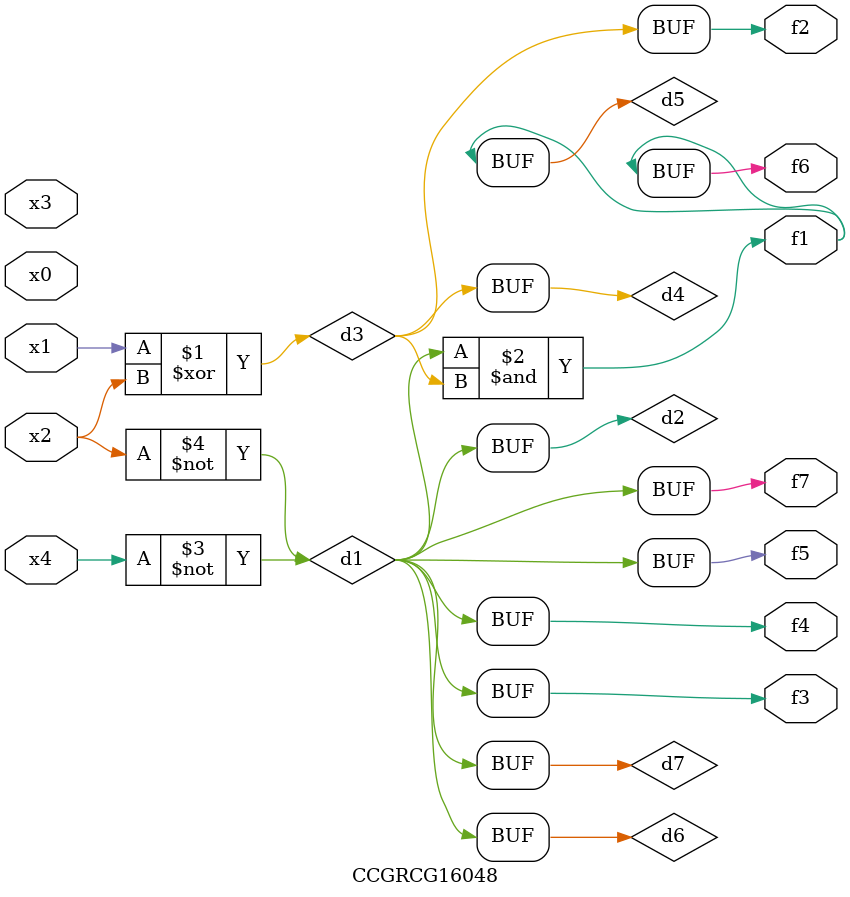
<source format=v>
module CCGRCG16048(
	input x0, x1, x2, x3, x4,
	output f1, f2, f3, f4, f5, f6, f7
);

	wire d1, d2, d3, d4, d5, d6, d7;

	not (d1, x4);
	not (d2, x2);
	xor (d3, x1, x2);
	buf (d4, d3);
	and (d5, d1, d3);
	buf (d6, d1, d2);
	buf (d7, d2);
	assign f1 = d5;
	assign f2 = d4;
	assign f3 = d7;
	assign f4 = d7;
	assign f5 = d7;
	assign f6 = d5;
	assign f7 = d7;
endmodule

</source>
